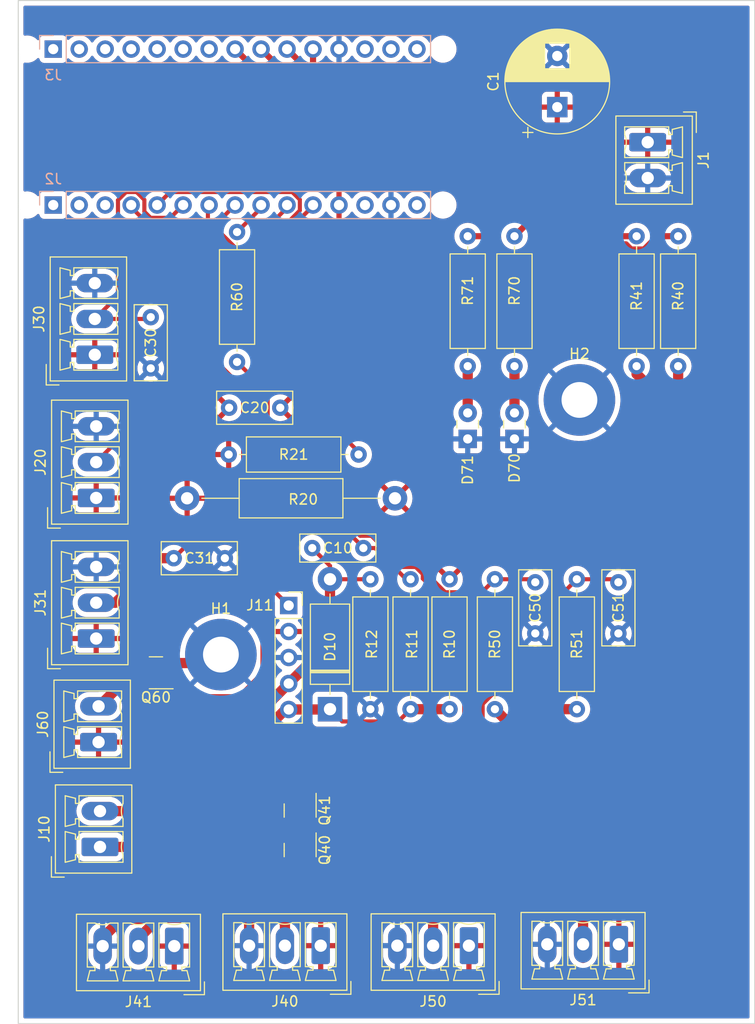
<source format=kicad_pcb>
(kicad_pcb (version 20211014) (generator pcbnew)
  (title_block (date "sam. 04 avril 2015"))
  (layers (0 "F.Cu" signal) (31 "B.Cu" signal) (34 "B.Paste" user) (35 "F.Paste" user) (36 "B.SilkS" user "B.Silkscreen") (37 "F.SilkS" user "F.Silkscreen") (38 "B.Mask" user) (39 "F.Mask" user) (44 "Edge.Cuts" user))
  (net 0 "")
  (net 1 "GND")
  (net 2 "/~{RESET}")
  (net 3 "VCC")
  (net 4 "/D8")
  (net 5 "/D7")
  (net 6 "/D4")
  (net 7 "+5V")
  (net 8 "/A3")
  (net 9 "/A2")
  (net 10 "/A1")
  (net 11 "/A0")
  (net 12 "/AREF")
  (net 13 "/D0{slash}RX")
  (net 14 "/D1{slash}TX")
  (net 15 "+3V3")
  (net 16 "/A7")
  (net 17 "/A6")
  (net 18 "/D13{slash}SCK")
  (net 19 "/D2")
  (net 20 "VDD")
  (net 21 "/Keypad +")
  (net 22 "/Keypad -")
  (net 23 "/A4")
  (net 24 "/D11")
  (net 25 "/D12")
  (net 26 "/~{RESET2}")
  (net 27 "/A5")
  (net 28 "/D10")
  (net 29 "/D9")
  (net 30 "/D6")
  (net 31 "/D5")
  (net 32 "/D3")
  (net 33 "Net-(D70-Pad2)")
  (net 34 "Net-(D71-Pad2)")
  (net 35 "Net-(J40-Pad2)")
  (net 36 "Net-(J41-Pad2)")
  (net 37 "Net-(J50-Pad2)")
  (net 38 "Net-(J51-Pad2)")
  (net 39 "Net-(J60-Pad2)")
  (net 40 "Net-(Q40-Pad1)")
  (net 41 "Net-(Q41-Pad1)")
  (net 42 "Net-(Q60-Pad1)")
  (footprint "Capacitor_THT:C_Rect_L7.2mm_W2.5mm_P5.00mm_FKS2_FKP2_MKS2_MKP2" (layer "F.Cu") (at 133.818 103.632 180)
    (fp_text reference "C10" (at 2.5 0) (layer "F.SilkS"))
    (fp_text value "220*2nF")
    (pad "1" thru_hole circle (at 0 0 180) (size 1.6 1.6) (drill 0.8) (layers *.Cu *.Mask) (net 23 "/A4"))
    (pad "2" thru_hole circle (at 5 0 180) (size 1.6 1.6) (drill 0.8) (layers *.Cu *.Mask) (net 22 "/Keypad -"))
  )
  (footprint "Resistor_THT:R_Axial_DIN0309_L9.0mm_D3.2mm_P12.70mm_Horizontal" (layer "F.Cu") (at 154.686 119.38 90)
    (fp_text reference "R51" (at 6.35 0 90) (layer "F.SilkS"))
    (fp_text value "150")
    (pad "1" thru_hole circle (at 0 0 90) (size 1.6 1.6) (drill 0.8) (layers *.Cu *.Mask) (net 38 "Net-(J51-Pad2)"))
    (pad "2" thru_hole oval (at 12.7 0 90) (size 1.6 1.6) (drill 0.8) (layers *.Cu *.Mask) (net 17 "/A6"))
  )
  (footprint "Connector_Phoenix_MC:PhoenixContact_MCV_1,5_3-G-3.5_1x03_P3.50mm_Vertical" (layer "F.Cu") (at 129.646193 142.494 180)
    (fp_text reference "J40" (at 3.5 -5.45) (layer "F.SilkS"))
    (fp_text value "Conn_01x03")
    (pad "1" thru_hole roundrect (at 0 0 180) (size 1.8 3.6) (drill 1.2) (layers *.Cu *.Mask) (roundrect_rratio 0.1388888889) (net 3 "VCC"))
    (pad "2" thru_hole oval (at 3.5 0 180) (size 1.8 3.6) (drill 1.2) (layers *.Cu *.Mask) (net 35 "Net-(J40-Pad2)"))
    (pad "3" thru_hole oval (at 7 0 180) (size 1.8 3.6) (drill 1.2) (layers *.Cu *.Mask) (net 1 "GND"))
  )
  (footprint "Connector_Phoenix_MC:PhoenixContact_MCV_1,5_3-G-3.5_1x03_P3.50mm_Vertical" (layer "F.Cu") (at 158.796193 142.3595 180)
    (fp_text reference "J51" (at 3.5 -5.45) (layer "F.SilkS"))
    (fp_text value "Conn_01x03")
    (pad "1" thru_hole roundrect (at 0 0 180) (size 1.8 3.6) (drill 1.2) (layers *.Cu *.Mask) (roundrect_rratio 0.1388888889) (net 3 "VCC"))
    (pad "2" thru_hole oval (at 3.5 0 180) (size 1.8 3.6) (drill 1.2) (layers *.Cu *.Mask) (net 38 "Net-(J51-Pad2)"))
    (pad "3" thru_hole oval (at 7 0 180) (size 1.8 3.6) (drill 1.2) (layers *.Cu *.Mask) (net 1 "GND"))
  )
  (footprint "MountingHole:MountingHole_3.5mm_Pad" (layer "F.Cu") (at 119.888 114.046)
    (fp_text reference "H1" (at 0 -4.5) (layer "F.SilkS"))
    (fp_text value "H1")
    (pad "1" thru_hole circle (at 0 0) (size 7 7) (drill 3.5) (layers *.Cu *.Mask) (net 1 "GND"))
  )
  (footprint "Arduino_MountingHole:MountingHole_65mil" (layer "F.Cu") (at 100.956 54.864)
    (fp_text reference "MH2" hide)
    (fp_text value "MountingHole_65mil" hide)
    (pad "" np_thru_hole circle locked (at 0 0) (size 1.651 1.651) (drill 1.651) (layers F&B.Cu *.Mask))
  )
  (footprint "Connector_Phoenix_MC:PhoenixContact_MCV_1,5_2-G-3.5_1x02_P3.50mm_Vertical" (layer "F.Cu") (at 107.929 122.599 90)
    (fp_text reference "J60" (at 1.75 -5.45 90) (layer "F.SilkS"))
    (fp_text value "Conn_01x02")
    (pad "1" thru_hole roundrect (at 0 0 90) (size 1.8 3.6) (drill 1.2) (layers *.Cu *.Mask) (roundrect_rratio 0.1388888889) (net 3 "VCC"))
    (pad "2" thru_hole oval (at 3.5 0 90) (size 1.8 3.6) (drill 1.2) (layers *.Cu *.Mask) (net 39 "Net-(J60-Pad2)"))
  )
  (footprint "Resistor_THT:R_Axial_DIN0309_L9.0mm_D3.2mm_P12.70mm_Horizontal" (layer "F.Cu") (at 134.502 119.38 90)
    (fp_text reference "R12" (at 6.35 0.136 90) (layer "F.SilkS"))
    (fp_text value "1KR")
    (pad "1" thru_hole circle (at 0 0 90) (size 1.6 1.6) (drill 0.8) (layers *.Cu *.Mask) (net 1 "GND"))
    (pad "2" thru_hole oval (at 12.7 0 90) (size 1.6 1.6) (drill 0.8) (layers *.Cu *.Mask) (net 22 "/Keypad -"))
  )
  (footprint "Connector_PinSocket_2.54mm:PinSocket_1x05_P2.54mm_Vertical" (layer "F.Cu") (at 126.517 109.25)
    (fp_text reference "J11" (at -2.819 -0.03) (layer "F.SilkS"))
    (fp_text value "Conn_01x05_Female")
    (pad "1" thru_hole rect (at 0 0) (size 1.7 1.7) (drill 1) (layers *.Cu *.Mask) (net 23 "/A4"))
    (pad "2" thru_hole oval (at 0 2.54) (size 1.7 1.7) (drill 1) (layers *.Cu *.Mask) (net 3 "VCC"))
    (pad "3" thru_hole oval (at 0 5.08) (size 1.7 1.7) (drill 1) (layers *.Cu *.Mask) (net 1 "GND"))
    (pad "4" thru_hole oval (at 0 7.62) (size 1.7 1.7) (drill 1) (layers *.Cu *.Mask) (net 22 "/Keypad -"))
    (pad "5" thru_hole oval (at 0 10.16) (size 1.7 1.7) (drill 1) (layers *.Cu *.Mask) (net 21 "/Keypad +"))
  )
  (footprint "Capacitor_THT:C_Rect_L7.2mm_W3.0mm_P5.00mm_FKS2_FKP2_MKS2_MKP2" (layer "F.Cu") (at 125.69 89.916 180)
    (fp_text reference "C20" (at 2.5 0) (layer "F.SilkS"))
    (fp_text value "0,47uF")
    (pad "1" thru_hole circle (at 0 0 180) (size 1.6 1.6) (drill 0.8) (layers *.Cu *.Mask) (net 3 "VCC"))
    (pad "2" thru_hole circle (at 5 0 180) (size 1.6 1.6) (drill 0.8) (layers *.Cu *.Mask) (net 20 "VDD"))
  )
  (footprint "Connector_Phoenix_MC:PhoenixContact_MCV_1,5_3-G-3.5_1x03_P3.50mm_Vertical" (layer "F.Cu") (at 115.326706 142.534312 180)
    (fp_text reference "J41" (at 3.5 -5.45) (layer "F.SilkS"))
    (fp_text value "Conn_01x03")
    (pad "1" thru_hole roundrect (at 0 0 180) (size 1.8 3.6) (drill 1.2) (layers *.Cu *.Mask) (roundrect_rratio 0.1388888889) (net 3 "VCC"))
    (pad "2" thru_hole oval (at 3.5 0 180) (size 1.8 3.6) (drill 1.2) (layers *.Cu *.Mask) (net 36 "Net-(J41-Pad2)"))
    (pad "3" thru_hole oval (at 7 0 180) (size 1.8 3.6) (drill 1.2) (layers *.Cu *.Mask) (net 1 "GND"))
  )
  (footprint "Capacitor_THT:C_Rect_L7.2mm_W3.0mm_P5.00mm_FKS2_FKP2_MKS2_MKP2" (layer "F.Cu") (at 150.622 106.974 -90)
    (fp_text reference "C50" (at 2.5 0 90) (layer "F.SilkS"))
    (fp_text value "0,47uF")
    (pad "1" thru_hole circle (at 0 0 270) (size 1.6 1.6) (drill 0.8) (layers *.Cu *.Mask) (net 10 "/A1"))
    (pad "2" thru_hole circle (at 5 0 270) (size 1.6 1.6) (drill 0.8) (layers *.Cu *.Mask) (net 1 "GND"))
  )
  (footprint "Capacitor_THT:C_Rect_L7.2mm_W3.0mm_P5.00mm_FKS2_FKP2_MKS2_MKP2" (layer "F.Cu") (at 113.03 81.066 -90)
    (fp_text reference "C30" (at 2.5 0 -270) (layer "F.SilkS"))
    (fp_text value "0,47uF")
    (pad "1" thru_hole circle (at 0 0 270) (size 1.6 1.6) (drill 0.8) (layers *.Cu *.Mask) (net 9 "/A2"))
    (pad "2" thru_hole circle (at 5 0 270) (size 1.6 1.6) (drill 0.8) (layers *.Cu *.Mask) (net 1 "GND"))
  )
  (footprint "Capacitor_THT:C_Rect_L7.2mm_W3.0mm_P5.00mm_FKS2_FKP2_MKS2_MKP2" (layer "F.Cu") (at 158.75 106.974 -90)
    (fp_text reference "C51" (at 2.5 0 90) (layer "F.SilkS"))
    (fp_text value "0,47uF")
    (pad "1" thru_hole circle (at 0 0 270) (size 1.6 1.6) (drill 0.8) (layers *.Cu *.Mask) (net 17 "/A6"))
    (pad "2" thru_hole circle (at 5 0 270) (size 1.6 1.6) (drill 0.8) (layers *.Cu *.Mask) (net 1 "GND"))
  )
  (footprint "Resistor_THT:R_Axial_DIN0309_L9.0mm_D3.2mm_P12.70mm_Horizontal" (layer "F.Cu") (at 142.24 106.68 -90)
    (fp_text reference "R10" (at 6.35 0 -270) (layer "F.SilkS"))
    (fp_text value "10KR")
    (pad "1" thru_hole circle (at 0 0 270) (size 1.6 1.6) (drill 0.8) (layers *.Cu *.Mask) (net 3 "VCC"))
    (pad "2" thru_hole oval (at 12.7 0 270) (size 1.6 1.6) (drill 0.8) (layers *.Cu *.Mask) (net 21 "/Keypad +"))
  )
  (footprint "Arduino_MountingHole:MountingHole_65mil" (layer "F.Cu") (at 141.596 70.104)
    (fp_text reference "MH4" hide)
    (fp_text value "MountingHole_65mil" hide)
    (pad "" np_thru_hole circle locked (at 0 0) (size 1.651 1.651) (drill 1.651) (layers F&B.Cu *.Mask))
  )
  (footprint "Capacitor_THT:CP_Radial_D10.0mm_P5.00mm" (layer "F.Cu") (at 152.772 60.533677 90)
    (fp_text reference "C1" (at 2.5 -6.25 90) (layer "F.SilkS"))
    (fp_text value "470uF")
    (pad "1" thru_hole rect (at 0 0 90) (size 2 2) (drill 1) (layers *.Cu *.Mask) (net 3 "VCC"))
    (pad "2" thru_hole circle (at 5 0 90) (size 2 2) (drill 1) (layers *.Cu *.Mask) (net 1 "GND"))
  )
  (footprint "LED_THT:LED_Rectangular_W3.0mm_H2.0mm" (layer "F.Cu") (at 148.59 92.964 90)
    (fp_text reference "D70" (at -2.85236 0 90) (layer "F.SilkS"))
    (fp_text value "LED_Small")
    (pad "1" thru_hole rect (at 0 0 90) (size 1.8 1.8) (drill 0.9) (layers *.Cu *.Mask) (net 1 "GND"))
    (pad "2" thru_hole circle (at 2.54 0 90) (size 1.8 1.8) (drill 0.9) (layers *.Cu *.Mask) (net 33 "Net-(D70-Pad2)"))
  )
  (footprint "Resistor_THT:R_Axial_DIN0309_L9.0mm_D3.2mm_P12.70mm_Horizontal" (layer "F.Cu") (at 146.676 119.38 90)
    (fp_text reference "R50" (at 6.35 0 90) (layer "F.SilkS"))
    (fp_text value "150")
    (pad "1" thru_hole circle (at 0 0 90) (size 1.6 1.6) (drill 0.8) (layers *.Cu *.Mask) (net 37 "Net-(J50-Pad2)"))
    (pad "2" thru_hole oval (at 12.7 0 90) (size 1.6 1.6) (drill 0.8) (layers *.Cu *.Mask) (net 10 "/A1"))
  )
  (footprint "LED_THT:LED_Rectangular_W3.0mm_H2.0mm" (layer "F.Cu") (at 144.018 92.964 90)
    (fp_text reference "D71" (at -3.048 0 90) (layer "F.SilkS"))
    (fp_text value "LED_Small")
    (pad "1" thru_hole rect (at 0 0 90) (size 1.8 1.8) (drill 0.9) (layers *.Cu *.Mask) (net 1 "GND"))
    (pad "2" thru_hole circle (at 2.54 0 90) (size 1.8 1.8) (drill 0.9) (layers *.Cu *.Mask) (net 34 "Net-(D71-Pad2)"))
  )
  (footprint "Connector_Phoenix_MC:PhoenixContact_MCV_1,5_3-G-3.5_1x03_P3.50mm_Vertical" (layer "F.Cu") (at 107.6945 98.7325 90)
    (fp_text reference "J20" (at 3.5 -5.45 90) (layer "F.SilkS"))
    (fp_text value "Conn_01x03")
    (pad "1" thru_hole roundrect (at 0 0 90) (size 1.8 3.6) (drill 1.2) (layers *.Cu *.Mask) (roundrect_rratio 0.1388888889) (net 20 "VDD"))
    (pad "2" thru_hole oval (at 3.5 0 90) (size 1.8 3.6) (drill 1.2) (layers *.Cu *.Mask) (net 11 "/A0"))
    (pad "3" thru_hole oval (at 7 0 90) (size 1.8 3.6) (drill 1.2) (layers *.Cu *.Mask) (net 1 "GND"))
  )
  (footprint "Connector_Phoenix_MC:PhoenixContact_MCV_1,5_3-G-3.5_1x03_P3.50mm_Vertical" (layer "F.Cu") (at 107.56 84.739 90)
    (fp_text reference "J30" (at 3.5 -5.45 90) (layer "F.SilkS"))
    (fp_text value "Conn_01x03")
    (pad "1" thru_hole roundrect (at 0 0 90) (size 1.8 3.6) (drill 1.2) (layers *.Cu *.Mask) (roundrect_rratio 0.1388888889) (net 3 "VCC"))
    (pad "2" thru_hole oval (at 3.5 0 90) (size 1.8 3.6) (drill 1.2) (layers *.Cu *.Mask) (net 9 "/A2"))
    (pad "3" thru_hole oval (at 7 0 90) (size 1.8 3.6) (drill 1.2) (layers *.Cu *.Mask) (net 1 "GND"))
  )
  (footprint "Arduino_MountingHole:MountingHole_65mil" (layer "F.Cu") (at 100.956 70.104)
    (fp_text reference "MH1" hide)
    (fp_text value "MountingHole_65mil" hide)
    (pad "" np_thru_hole circle locked (at 0 0) (size 1.651 1.651) (drill 1.651) (layers F&B.Cu *.Mask))
  )
  (footprint "Resistor_THT:R_Axial_DIN0309_L9.0mm_D3.2mm_P12.70mm_Horizontal" (layer "F.Cu") (at 160.528 73.152 -90)
    (fp_text reference "R41" (at 5.842 0 90) (layer "F.SilkS"))
    (fp_text value "220")
    (pad "1" thru_hole circle (at 0 0 270) (size 1.6 1.6) (drill 0.8) (layers *.Cu *.Mask) (net 19 "/D2"))
    (pad "2" thru_hole oval (at 12.7 0 270) (size 1.6 1.6) (drill 0.8) (layers *.Cu *.Mask) (net 41 "Net-(Q41-Pad1)"))
  )
  (footprint "MountingHole:MountingHole_3.5mm_Pad" (layer "F.Cu") (at 154.94 89.154)
    (fp_text reference "H2" (at 0 -4.5) (layer "F.SilkS"))
    (fp_text value "H2")
    (pad "1" thru_hole circle (at 0 0) (size 7 7) (drill 3.5) (layers *.Cu *.Mask) (net 1 "GND"))
  )
  (footprint "Resistor_THT:R_Axial_DIN0309_L9.0mm_D3.2mm_P12.70mm_Horizontal" (layer "F.Cu") (at 148.59 73.152 -90)
    (fp_text reference "R70" (at 5.334 0 90) (layer "F.SilkS"))
    (fp_text value "220")
    (pad "1" thru_hole circle (at 0 0 270) (size 1.6 1.6) (drill 0.8) (layers *.Cu *.Mask) (net 6 "/D4"))
    (pad "2" thru_hole oval (at 12.7 0 270) (size 1.6 1.6) (drill 0.8) (layers *.Cu *.Mask) (net 33 "Net-(D70-Pad2)"))
  )
  (footprint "Resistor_THT:R_Axial_DIN0309_L9.0mm_D3.2mm_P12.70mm_Horizontal" (layer "F.Cu") (at 138.43 119.38 90)
    (fp_text reference "R11" (at 6.35 0.136 90) (layer "F.SilkS"))
    (fp_text value "10KR")
    (pad "1" thru_hole circle (at 0 0 90) (size 1.6 1.6) (drill 0.8) (layers *.Cu *.Mask) (net 21 "/Keypad +"))
    (pad "2" thru_hole oval (at 12.7 0 90) (size 1.6 1.6) (drill 0.8) (layers *.Cu *.Mask) (net 23 "/A4"))
  )
  (footprint "Package_TO_SOT_SMD:SOT-23" (layer "F.Cu") (at 113.538 115.824 180)
    (fp_text reference "Q60" (at 0 -2.4) (layer "F.SilkS"))
    (fp_text value "IRLML0030")
    (pad "1" smd roundrect (at -0.9375 -0.95 180) (size 1.475 0.6) (layers "F.Cu" "F.Paste" "F.Mask") (net 42 "Net-(Q60-Pad1)"))
    (pad "2" smd roundrect (at -0.9375 0.95 180) (size 1.475 0.6) (layers "F.Cu" "F.Paste" "F.Mask") (net 1 "GND"))
    (pad "3" smd roundrect (at 0.9375 0 180) (size 1.475 0.6) (layers "F.Cu" "F.Paste" "F.Mask") (net 39 "Net-(J60-Pad2)"))
  )
  (footprint "Connector_Phoenix_MC:PhoenixContact_MCV_1,5_2-G-3.5_1x02_P3.50mm_Vertical" (layer "F.Cu") (at 161.614402 63.963101 -90)
    (fp_text reference "J1" (at 1.75 -5.45 90) (layer "F.SilkS"))
    (fp_text value "Conn_01x02")
    (pad "1" thru_hole roundrect (at 0 0 270) (size 1.8 3.6) (drill 1.2) (layers *.Cu *.Mask) (roundrect_rratio 0.1388888889) (net 3 "VCC"))
    (pad "2" thru_hole oval (at 3.5 0 270) (size 1.8 3.6) (drill 1.2) (layers *.Cu *.Mask) (net 1 "GND"))
  )
  (footprint "Resistor_THT:R_Axial_DIN0411_L9.9mm_D3.6mm_P20.32mm_Horizontal" (layer "F.Cu") (at 136.906 98.765485 180)
    (fp_text reference "R20" (at 8.97 -0.11) (layer "F.SilkS"))
    (fp_text value "5,6R")
    (pad "1" thru_hole circle (at 0 0 180) (size 2.4 2.4) (drill 1.2) (layers *.Cu *.Mask) (net 3 "VCC"))
    (pad "2" thru_hole oval (at 20.32 0 180) (size 2.4 2.4) (drill 1.2) (layers *.Cu *.Mask) (net 20 "VDD"))
  )
  (footprint "Package_TO_SOT_SMD:SOT-23" (layer "F.Cu") (at 127.636 133.149 -90)
    (fp_text reference "Q40" (at 0 -2.4 90) (layer "F.SilkS"))
    (fp_text value "IRLML0030")
    (pad "1" smd roundrect (at -0.9375 -0.95 270) (size 1.475 0.6) (layers "F.Cu" "F.Paste" "F.Mask") (net 40 "Net-(Q40-Pad1)"))
    (pad "2" smd roundrect (at -0.9375 0.95 270) (size 1.475 0.6) (layers "F.Cu" "F.Paste" "F.Mask") (net 1 "GND"))
    (pad "3" smd roundrect (at 0.9375 0 270) (size 1.475 0.6) (layers "F.Cu" "F.Paste" "F.Mask") (net 35 "Net-(J40-Pad2)"))
  )
  (footprint "Connector_Phoenix_MC:PhoenixContact_MCV_1,5_2-G-3.5_1x02_P3.50mm_Vertical" (layer "F.Cu") (at 108.068 132.842 90)
    (fp_text reference "J10" (at 1.75 -5.45 90) (layer "F.SilkS"))
    (fp_text value "Conn_01x02")
    (pad "1" thru_hole roundrect (at 0 0 90) (size 1.8 3.6) (drill 1.2) (layers *.Cu *.Mask) (roundrect_rratio 0.1388888889) (net 21 "/Keypad +"))
    (pad "2" thru_hole oval (at 3.5 0 90) (size 1.8 3.6) (drill 1.2) (layers *.Cu *.Mask) (net 22 "/Keypad -"))
  )
  (footprint "Arduino_MountingHole:MountingHole_65mil" (layer "F.Cu") (at 141.596 54.864)
    (fp_text reference "MH3" hide)
    (fp_text value "MountingHole_65mil" hide)
    (pad "" np_thru_hole circle locked (at 0 0) (size 1.651 1.651) (drill 1.651) (layers F&B.Cu *.Mask))
  )
  (footprint "Capacitor_THT:C_Rect_L7.2mm_W3.0mm_P5.00mm_FKS2_FKP2_MKS2_MKP2" (layer "F.Cu") (at 115.276 104.624)
    (fp_text reference "C31" (at 2.5 0) (layer "F.SilkS"))
    (fp_text value "0,47uF")
    (pad "1" thru_hole circle (at 0 0) (size 1.6 1.6) (drill 0.8) (layers *.Cu *.Mask) (net 8 "/A3"))
    (pad "2" thru_hole circle (at 5 0) (size 1.6 1.6) (drill 0.8) (layers *.Cu *.Mask) (net 1 "GND"))
  )
  (footprint "Package_TO_SOT_SMD:SOT-23" (layer "F.Cu") (at 127.636 129.286 -90)
    (fp_text reference "Q41" (at 0 -2.4 90) (layer "F.SilkS"))
    (fp_text value "IRLML0030")
    (pad "1" smd roundrect (at -0.9375 -0.95 270) (size 1.475 0.6) (layers "F.Cu" "F.Paste" "F.Mask") (net 41 "Net-(Q41-Pad1)"))
    (pad "2" smd roundrect (at -0.9375 0.95 270) (size 1.475 0.6) (layers "F.Cu" "F.Paste" "F.Mask") (net 1 "GND"))
    (pad "3" smd roundrect (at 0.9375 0 270) (size 1.475 0.6) (layers "F.Cu" "F.Paste" "F.Mask") (net 36 "Net-(J41-Pad2)"))
  )
  (footprint "Connector_Phoenix_MC:PhoenixContact_MCV_1,5_3-G-3.5_1x03_P3.50mm_Vertical" (layer "F.Cu") (at 144.136 142.494 180)
    (fp_text reference "J50" (at 3.5 -5.45) (layer "F.SilkS"))
    (fp_text value "Conn_01x03")
    (pad "1" thru_hole roundrect (at 0 0 180) (size 1.8 3.6) (drill 1.2) (layers *.Cu *.Mask) (roundrect_rratio 0.1388888889) (net 3 "VCC"))
    (pad "2" thru_hole oval (at 3.5 0 180) (size 1.8 3.6) (drill 1.2) (layers *.Cu *.Mask) (net 37 "Net-(J50-Pad2)"))
    (pad "3" thru_hole oval (at 7 0 180) (size 1.8 3.6) (drill 1.2) (layers *.Cu *.Mask) (net 1 "GND"))
  )
  (footprint "Diode_THT:D_DO-15_P12.70mm_Horizontal" (layer "F.Cu") (at 130.556 119.38 90)
    (fp_text reference "D10" (at 6.096 0 90) (layer "F.SilkS"))
    (fp_text value "5,6V")
    (pad "1" thru_hole rect (at 0 0 90) (size 2.4 2.4) (drill 1.2) (layers *.Cu *.Mask) (net 21 "/Keypad +"))
    (pad "2" thru_hole oval (at 12.7 0 90) (size 2.4 2.4) (drill 1.2) (layers *.Cu *.Mask) (net 22 "/Keypad -"))
  )
  (footprint "Resistor_THT:R_Axial_DIN0309_L9.0mm_D3.2mm_P12.70mm_Horizontal" (layer "F.Cu") (at 164.592 73.152 -90)
    (fp_text reference "R40" (at 5.842 0 90) (layer "F.SilkS"))
    (fp_text value "220")
    (pad "1" thru_hole circle (at 0 0 270) (size 1.6 1.6) (drill 0.8) (layers *.Cu *.Mask) (net 32 "/D3"))
    (pad "2" thru_hole oval (at 12.7 0 270) (size 1.6 1.6) (drill 0.8) (layers *.Cu *.Mask) (net 40 "Net-(Q40-Pad1)"))
  )
  (footprint "Resistor_THT:R_Axial_DIN0309_L9.0mm_D3.2mm_P12.70mm_Horizontal" (layer "F.Cu") (at 121.4671 72.743656 -90)
    (fp_text reference "R60" (at 6.35 0 90) (layer "F.SilkS"))
    (fp_text value "220")
    (pad "1" thru_hole circle (at 0 0 270) (size 1.6 1.6) (drill 0.8) (layers *.Cu *.Mask) (net 27 "/A5"))
    (pad "2" thru_hole oval (at 12.7 0 270) (size 1.6 1.6) (drill 0.8) (layers *.Cu *.Mask) (net 42 "Net-(Q60-Pad1)"))
  )
  (footprint "Resistor_THT:R_Axial_DIN0309_L9.0mm_D3.2mm_P12.70mm_Horizontal" (layer "F.Cu") (at 133.35 94.488 180)
    (fp_text reference "R21" (at 6.35 0) (layer "F.SilkS"))
    (fp_text value "1M5")
    (pad "1" thru_hole circle (at 0 0 180) (size 1.6 1.6) (drill 0.8) (layers *.Cu *.Mask) (net 16 "/A7"))
    (pad "2" thru_hole oval (at 12.7 0 180) (size 1.6 1.6) (drill 0.8) (layers *.Cu *.Mask) (net 20 "VDD"))
  )
  (footprint "Connector_Phoenix_MC:PhoenixContact_MCV_1,5_3-G-3.5_1x03_P3.50mm_Vertical" (layer "F.Cu") (at 107.6945 112.474 90)
    (fp_text reference "J31" (at 3.5 -5.45 90) (layer "F.SilkS"))
    (fp_text value "Conn_01x03")
    (pad "1" thru_hole roundrect (at 0 0 90) (size 1.8 3.6) (drill 1.2) (layers *.Cu *.Mask) (roundrect_rratio 0.1388888889) (net 3 "VCC"))
    (pad "2" thru_hole oval (at 3.5 0 90) (size 1.8 3.6) (drill 1.2) (layers *.Cu *.Mask) (net 8 "/A3"))
    (pad "3" thru_hole oval (at 7 0 90) (size 1.8 3.6) (drill 1.2) (layers *.Cu *.Mask) (net 1 "GND"))
  )
  (footprint "Resistor_THT:R_Axial_DIN0309_L9.0mm_D3.2mm_P12.70mm_Horizontal" (layer "F.Cu") (at 144.018 73.152 -90)
    (fp_text reference "R71" (at 5.334 0 90) (layer "F.SilkS"))
    (fp_text value "220")
    (pad "1" thru_hole circle (at 0 0 270) (size 1.6 1.6) (drill 0.8) (layers *.Cu *.Mask) (net 31 "/D5"))
    (pad "2" thru_hole oval (at 12.7 0 270) (size 1.6 1.6) (drill 0.8) (layers *.Cu *.Mask) (net 34 "Net-(D71-Pad2)"))
  )
  (footprint "Connector_PinHeader_2.54mm:PinHeader_1x15_P2.54mm_Vertical" (layer "B.Cu") (at 103.496 70.104 -90)
    (fp_text reference "J2" (at -2.54 0 180) (layer "B.SilkS") (effects (justify mirror)))
    (fp_text value "Analog")
    (pad "1" thru_hole rect (at 0 0 270) (size 1.7 1.7) (drill 1) (layers *.Cu *.Mask) (net 18 "/D13{slash}SCK"))
    (pad "2" thru_hole oval (at 0 -2.54 270) (size 1.7 1.7) (drill 1) (layers *.Cu *.Mask) (net 15 "+3V3"))
    (pad "3" thru_hole oval (at 0 -5.08 270) (size 1.7 1.7) (drill 1) (layers *.Cu *.Mask) (net 12 "/AREF"))
    (pad "4" thru_hole oval (at 0 -7.62 270) (size 1.7 1.7) (drill 1) (layers *.Cu *.Mask) (net 11 "/A0"))
    (pad "5" thru_hole oval (at 0 -10.16 270) (size 1.7 1.7) (drill 1) (layers *.Cu *.Mask) (net 10 "/A1"))
    (pad "6" thru_hole oval (at 0 -12.7 270) (size 1.7 1.7) (drill 1) (layers *.Cu *.Mask) (net 9 "/A2"))
    (pad "7" thru_hole oval (at 0 -15.24 270) (size 1.7 1.7) (drill 1) (layers *.Cu *.Mask) (net 8 "/A3"))
    (pad "8" thru_hole oval (at 0 -17.78 270) (size 1.7 1.7) (drill 1) (layers *.Cu *.Mask) (net 23 "/A4"))
    (pad "9" thru_hole oval (at 0 -20.32 270) (size 1.7 1.7) (drill 1) (layers *.Cu *.Mask) (net 27 "/A5"))
    (pad "10" thru_hole oval (at 0 -22.86 270) (size 1.7 1.7) (drill 1) (layers *.Cu *.Mask) (net 17 "/A6"))
    (pad "11" thru_hole oval (at 0 -25.4 270) (size 1.7 1.7) (drill 1) (layers *.Cu *.Mask) (net 16 "/A7"))
    (pad "12" thru_hole oval (at 0 -27.94 270) (size 1.7 1.7) (drill 1) (layers *.Cu *.Mask) (net 3 "VCC"))
    (pad "13" thru_hole oval (at 0 -30.48 270) (size 1.7 1.7) (drill 1) (layers *.Cu *.Mask) (net 2 "/~{RESET}"))
    (pad "14" thru_hole oval (at 0 -33.02 270) (size 1.7 1.7) (drill 1) (layers *.Cu *.Mask) (net 1 "GND"))
    (pad "15" thru_hole oval (at 0 -35.56 270) (size 1.7 1.7) (drill 1) (layers *.Cu *.Mask) (net 7 "+5V"))
  )
  (footprint "Connector_PinHeader_2.54mm:PinHeader_1x15_P2.54mm_Vertical" (layer "B.Cu") (at 103.496 54.864 -90)
    (fp_text reference "J3" (at 2.54 0 180) (layer "B.SilkS") (effects (justify mirror)))
    (fp_text value "Digital")
    (pad "1" thru_hole rect (at 0 0 270) (size 1.7 1.7) (drill 1) (layers *.Cu *.Mask) (net 25 "/D12"))
    (pad "2" thru_hole oval (at 0 -2.54 270) (size 1.7 1.7) (drill 1) (layers *.Cu *.Mask) (net 24 "/D11"))
    (pad "3" thru_hole oval (at 0 -5.08 270) (size 1.7 1.7) (drill 1) (layers *.Cu *.Mask) (net 28 "/D10"))
    (pad "4" thru_hole oval (at 0 -7.62 270) (size 1.7 1.7) (drill 1) (layers *.Cu *.Mask) (net 29 "/D9"))
    (pad "5" thru_hole oval (at 0 -10.16 270) (size 1.7 1.7) (drill 1) (layers *.Cu *.Mask) (net 4 "/D8"))
    (pad "6" thru_hole oval (at 0 -12.7 270) (size 1.7 1.7) (drill 1) (layers *.Cu *.Mask) (net 5 "/D7"))
    (pad "7" thru_hole oval (at 0 -15.24 270) (size 1.7 1.7) (drill 1) (layers *.Cu *.Mask) (net 30 "/D6"))
    (pad "8" thru_hole oval (at 0 -17.78 270) (size 1.7 1.7) (drill 1) (layers *.Cu *.Mask) (net 31 "/D5"))
    (pad "9" thru_hole oval (at 0 -20.32 270) (size 1.7 1.7) (drill 1) (layers *.Cu *.Mask) (net 6 "/D4"))
    (pad "10" thru_hole oval (at 0 -22.86 270) (size 1.7 1.7) (drill 1) (layers *.Cu *.Mask) (net 32 "/D3"))
    (pad "11" thru_hole oval (at 0 -25.4 270) (size 1.7 1.7) (drill 1) (layers *.Cu *.Mask) (net 19 "/D2"))
    (pad "12" thru_hole oval (at 0 -27.94 270) (size 1.7 1.7) (drill 1) (layers *.Cu *.Mask) (net 1 "GND"))
    (pad "13" thru_hole oval (at 0 -30.48 270) (size 1.7 1.7) (drill 1) (layers *.Cu *.Mask) (net 26 "/~{RESET2}"))
    (pad "14" thru_hole oval (at 0 -33.02 270) (size 1.7 1.7) (drill 1) (layers *.Cu *.Mask) (net 13 "/D0{slash}RX"))
    (pad "15" thru_hole oval (at 0 -35.56 270) (size 1.7 1.7) (drill 1) (layers *.Cu *.Mask) (net 14 "/D1{slash}TX"))
  )
  (gr_rect (start 100.076 50.114) (end 172.076 150.114) (layer "Edge.Cuts") (width 0.1) (fill none))
  (segment (start 111.958944 139.954) (end 113.482944 138.43) (width 1) (layer "F.Cu") (net 1))
  (segment (start 122.646193 138.248863) (end 122.646193 142.494) (width 1) (layer "F.Cu") (net 1))
  (segment (start 124.9545 132.2115) (end 122.984 134.182) (width 1) (layer "F.Cu") (net 1))
  (segment (start 119.070944 138.43) (end 120.584 136.916944) (width 1) (layer "F.Cu") (net 1))
  (segment (start 120.584 136.916944) (end 120.584 133.187888) (width 1) (layer "F.Cu") (net 1))
  (segment (start 110.1 139.954) (end 111.958944 139.954) (width 1) (layer "F.Cu") (net 1))
  (segment (start 122.984 134.182) (end 122.984 137.911056) (width 1) (layer "F.Cu") (net 1))
  (segment (start 122.984 137.911056) (end 122.646193 138.248863) (width 1) (layer "F.Cu") (net 1))
  (segment (start 120.584 133.187888) (end 125.423388 128.3485) (width 1) (layer "F.Cu") (net 1))
  (segment (start 113.482944 138.43) (end 119.070944 138.43) (width 1) (layer "F.Cu") (net 1))
  (segment (start 114.4755 114.874) (end 119.06 114.874) (width 1) (layer "F.Cu") (net 1))
  (segment (start 126.686 132.2115) (end 124.9545 132.2115) (width 1) (layer "F.Cu") (net 1))
  (segment (start 125.423388 128.3485) (end 126.686 128.3485) (width 1) (layer "F.Cu") (net 1))
  (segment (start 108.326706 141.727294) (end 110.1 139.954) (width 1) (layer "F.Cu") (net 1))
  (segment (start 141.44126 59.258) (end 129.61863 59.258) (width 0.6) (layer "F.Cu") (net 6))
  (segment (start 129.61863 59.258) (end 127.218631 56.858) (width 0.6) (layer "F.Cu") (net 6))
  (segment (start 150.232 71.51) (end 148.59 73.152) (width 0.6) (layer "F.Cu") (net 6))
  (segment (start 127.218631 56.858) (end 125.81 56.858) (width 0.6) (layer "F.Cu") (net 6))
  (segment (start 150.232 68.04874) (end 150.232 71.51) (width 0.6) (layer "F.Cu") (net 6))
  (segment (start 150.232 68.04874) (end 141.44126 59.258) (width 0.6) (layer "F.Cu") (net 6))
  (segment (start 125.81 56.858) (end 123.816 54.864) (width 0.6) (layer "F.Cu") (net 6))
  (segment (start 119.636 73.662) (end 118.618 72.644) (width 0.4) (layer "F.Cu") (net 8))
  (segment (start 109.584 108.974) (end 107.6945 108.974) (width 1) (layer "F.Cu") (net 8))
  (segment (start 113.934 104.624) (end 109.584 108.974) (width 1) (layer "F.Cu") (net 8))
  (segment (start 115.276 104.624) (end 113.934 104.624) (width 1) (layer "F.Cu") (net 8))
  (segment (start 122.06 97.84) (end 122.06 88.024) (width 0.4) (layer "F.Cu") (net 8))
  (segment (start 119.634 85.598) (end 119.634 73.664) (width 0.4) (layer "F.Cu") (net 8))
  (segment (start 119.634 73.664) (end 119.636 73.662) (width 0.4) (layer "F.Cu") (net 8))
  (segment (start 122.06 88.024) (end 119.634 85.598) (width 0.4) (layer "F.Cu") (net 8))
  (segment (start 115.276 104.624) (end 122.06 97.84) (width 0.4) (layer "F.Cu") (net 8))
  (segment (start 118.618 72.644) (end 118.618 70.222) (width 0.4) (layer "F.Cu") (net 8))
  (segment (start 111.644 68.834) (end 110.618233 68.834) (width 0.4) (layer "F.Cu") (net 9))
  (segment (start 109.826 78.973) (end 107.56 81.239) (width 0.4) (layer "F.Cu") (net 9))
  (segment (start 110.618233 68.834) (end 109.826 69.626233) (width 0.4) (layer "F.Cu") (net 9))
  (segment (start 113.01 71.354) (end 112.406 70.75) (width 0.4) (layer "F.Cu") (net 9))
  (segment (start 112.406 70.75) (end 112.406 69.596) (width 0.4) (layer "F.Cu") (net 9))
  (segment (start 109.826 69.626233) (end 109.826 78.973) (width 0.4) (layer "F.Cu") (net 9))
  (segment (start 114.946 71.354) (end 113.01 71.354) (width 0.4) (layer "F.Cu") (net 9))
  (segment (start 116.196 70.104) (end 114.946 71.354) (width 0.4) (layer "F.Cu") (net 9))
  (segment (start 112.406 69.596) (end 111.644 68.834) (width 0.4) (layer "F.Cu") (net 9))
  (segment (start 107.56 81.239) (end 112.857 81.239) (width 0.4) (layer "F.Cu") (net 9))
  (segment (start 124.4671 73.7709) (end 124.4671 88.3849) (width 0.4) (layer "F.Cu") (net 10))
  (segment (start 124.46 92.536944) (end 133.755056 101.832) (width 0.4) (layer "F.Cu") (net 10))
  (segment (start 127.606 70.632) (end 124.4671 73.7709) (width 0.4) (layer "F.Cu") (net 10))
  (segment (start 124.4671 88.3849) (end 124.46 88.392) (width 0.4) (layer "F.Cu") (net 10))
  (segment (start 139.175585 104.88) (end 140.23 105.934415) (width 0.4) (layer "F.Cu") (net 10))
  (segment (start 140.23 105.934415) (end 140.23 106.367057) (width 0.4) (layer "F.Cu") (net 10))
  (segment (start 134.852 101.832) (end 137.9 104.88) (width 0.4) (layer "F.Cu") (net 10))
  (segment (start 146.676 106.68) (end 150.328 106.68) (width 0.4) (layer "F.Cu") (net 10))
  (segment (start 137.9 104.88) (end 139.175585 104.88) (width 0.4) (layer "F.Cu") (net 10))
  (segment (start 124.46 88.392) (end 124.46 92.536944) (width 0.4) (layer "F.Cu") (net 10))
  (segment (start 127.606 69.576) (end 127.606 70.632) (width 0.4) (layer "F.Cu") (net 10))
  (segment (start 113.656 70.104) (end 114.926 68.834) (width 0.4) (layer "F.Cu") (net 10))
  (segment (start 140.23 106.367057) (end 141.812943 107.95) (width 0.4) (layer "F.Cu") (net 10))
  (segment (start 114.926 68.834) (end 126.864 68.834) (width 0.4) (layer "F.Cu") (net 10))
  (segment (start 141.812943 107.95) (end 145.406 107.95) (width 0.4) (layer "F.Cu") (net 10))
  (segment (start 145.406 107.95) (end 146.676 106.68) (width 0.4) (layer "F.Cu") (net 10))
  (segment (start 133.755056 101.832) (end 134.852 101.832) (width 0.4) (layer "F.Cu") (net 10))
  (segment (start 126.864 68.834) (end 127.606 69.576) (width 0.4) (layer "F.Cu") (net 10))
  (segment (start 113.792 92.456) (end 110.471 92.456) (width 0.4) (layer "F.Cu") (net 11))
  (segment (start 116.078 72.915) (end 116.078 90.17) (width 0.4) (layer "F.Cu") (net 11))
  (segment (start 116.078 90.17) (end 113.792 92.456) (width 0.4) (layer "F.Cu") (net 11))
  (segment (start 112.761472 71.954) (end 115.117 71.954) (width 0.4) (layer "F.Cu") (net 11))
  (segment (start 111.116 70.308528) (end 112.761472 71.954) (width 0.4) (layer "F.Cu") (net 11))
  (segment (start 115.117 71.954) (end 116.078 72.915) (width 0.4) (layer "F.Cu") (net 11))
  (segment (start 110.471 92.456) (end 107.6945 95.2325) (width 0.4) (layer "F.Cu") (net 11))
  (segment (start 128.896 70.104) (end 128.896 70.190528) (width 0.4) (layer "F.Cu") (net 16))
  (segment (start 128.896 70.190528) (end 125.0671 74.019428) (width 0.4) (layer "F.Cu") (net 16))
  (segment (start 125.0671 74.019428) (end 125.0671 85.9511) (width 0.4) (layer "F.Cu") (net 16))
  (segment (start 125.0671 85.9511) (end 133.604 94.488) (width 0.4) (layer "F.Cu") (net 16))
  (segment (start 134.603472 102.432) (end 137.651472 105.48) (width 0.4) (layer "F.Cu") (net 17))
  (segment (start 123.86 92.785472) (end 133.506528 102.432) (width 0.4) (layer "F.Cu") (net 17))
  (segment (start 139.63 106.182943) (end 139.63 106.615585) (width 0.4) (layer "F.Cu") (net 17))
  (segment (start 137.651472 105.48) (end 138.927057 105.48) (width 0.4) (layer "F.Cu") (net 17))
  (segment (start 138.927057 105.48) (end 139.63 106.182943) (width 0.4) (layer "F.Cu") (net 17))
  (segment (start 141.581415 108.567) (end 152.799 108.567) (width 0.4) (layer "F.Cu") (net 17))
  (segment (start 133.506528 102.432) (end 134.603472 102.432) (width 0.4) (layer "F.Cu") (net 17))
  (segment (start 139.63 106.615585) (end 141.581415 108.567) (width 0.4) (layer "F.Cu") (net 17))
  (segment (start 123.8671 88.136372) (end 123.86 88.143472) (width 0.4) (layer "F.Cu") (net 17))
  (segment (start 152.799 108.567) (end 154.686 106.68) (width 0.4) (layer "F.Cu") (net 17))
  (segment (start 154.686 106.68) (end 158.456 106.68) (width 0.4) (layer "F.Cu") (net 17))
  (segment (start 123.86 88.143472) (end 123.86 92.785472) (width 0.4) (layer "F.Cu") (net 17))
  (segment (start 126.356 70.358) (end 123.8671 72.8469) (width 0.4) (layer "F.Cu") (net 17))
  (segment (start 123.8671 72.8469) (end 123.8671 88.136372) (width 0.4) (layer "F.Cu") (net 17))
  (segment (start 130.28137 57.658) (end 128.896 56.27263) (width 0.6) (layer "F.Cu") (net 19))
  (segment (start 160.528 73.152) (end 153.27737 73.152) (width 0.6) (layer "F.Cu") (net 19))
  (segment (start 153.27737 73.152) (end 151.832 71.70663) (width 0.6) (layer "F.Cu") (net 19))
  (segment (start 142.104 57.658) (end 130.28137 57.658) (width 0.6) (layer "F.Cu") (net 19))
  (segment (start 151.832 67.385998) (end 142.104 57.658) (width 0.6) (layer "F.Cu") (net 19))
  (segment (start 151.832 71.70663) (end 151.832 67.385998) (width 0.6) (layer "F.Cu") (net 19))
  (segment (start 128.896 56.27263) (end 128.896 54.864) (width 0.6) (layer "F.Cu") (net 19))
  (segment (start 137.23 120.58) (end 138.43 119.38) (width 0.4) (layer "F.Cu") (net 21))
  (segment (start 126.208 119.41) (end 112.776 132.842) (width 1) (layer "F.Cu") (net 21))
  (segment (start 126.517 119.41) (end 130.526 119.41) (width 1) (layer "F.Cu") (net 21))
  (segment (start 131.756 120.58) (end 137.23 120.58) (width 0.4) (layer "F.Cu") (net 21))
  (segment (start 138.43 119.38) (end 142.24 119.38) (width 1) (layer "F.Cu") (net 21))
  (segment (start 112.776 132.842) (end 108.068 132.842) (width 1) (layer "F.Cu") (net 21))
  (segment (start 130.556 119.38) (end 131.756 120.58) (width 0.4) (layer "F.Cu") (net 21))
  (segment (start 114.045 129.342) (end 108.068 129.342) (width 1) (layer "F.Cu") (net 22))
  (segment (start 126.517 116.87) (end 114.045 129.342) (width 1) (layer "F.Cu") (net 22))
  (segment (start 126.517 116.87) (end 130.556 112.831) (width 1) (layer "F.Cu") (net 22))
  (segment (start 130.556 106.68) (end 130.556 105.37) (width 0.4) (layer "F.Cu") (net 22))
  (segment (start 130.556 112.831) (end 130.556 106.68) (width 1) (layer "F.Cu") (net 22))
  (segment (start 130.556 105.37) (end 128.818 103.632) (width 0.4) (layer "F.Cu") (net 22))
  (segment (start 130.556 106.68) (end 134.502 106.68) (width 0.4) (layer "F.Cu") (net 22))
  (segment (start 119.888 71.492) (end 121.276 70.104) (width 0.4) (layer "F.Cu") (net 23))
  (segment (start 123.26 93.034) (end 123.26 76.233613) (width 0.4) (layer "F.Cu") (net 23))
  (segment (start 123.26 76.233613) (end 119.888 72.861613) (width 0.4) (layer "F.Cu") (net 23))
  (segment (start 133.818 103.632) (end 133.818 103.592) (width 0.4) (layer "F.Cu") (net 23))
  (segment (start 123.26 105.993) (end 123.26 93.034) (width 0.4) (layer "F.Cu") (net 23))
  (segment (start 133.818 103.592) (end 123.26 93.034) (width 0.4) (layer "F.Cu") (net 23))
  (segment (start 138.002944 106.68) (end 134.954944 103.632) (width 0.4) (layer "F.Cu") (net 23))
  (segment (start 134.954944 103.632) (end 133.818 103.632) (width 0.4) (layer "F.Cu") (net 23))
  (segment (start 119.888 72.861613) (end 119.888 71.492) (width 0.4) (layer "F.Cu") (net 23))
  (segment (start 126.517 109.25) (end 123.26 105.993) (width 0.4) (layer "F.Cu") (net 23))
  (segment (start 123.816 70.394756) (end 121.4671 72.743656) (width 0.4) (layer "F.Cu") (net 27))
  (segment (start 129.28726 60.058) (end 141.10989 60.058) (width 0.6) (layer "F.Cu") (net 31))
  (segment (start 125.34 57.658) (end 126.88726 57.658) (width 0.6) (layer "F.Cu") (net 31))
  (segment (start 149.432 68.38011) (end 149.432 69.516) (width 0.6) (layer "F.Cu") (net 31))
  (segment (start 145.796 73.152) (end 144.018 73.152) (width 0.6) (layer "F.Cu") (net 31))
  (segment (start 121.276 54.864) (end 123.054 56.642) (width 0.6) (layer "F.Cu") (net 31))
  (segment (start 126.88726 57.658) (end 129.28726 60.058) (width 0.6) (layer "F.Cu") (net 31))
  (segment (start 141.10989 60.058) (end 149.432 68.38011) (width 0.6) (layer "F.Cu") (net 31))
  (segment (start 124.324 56.642) (end 125.34 57.658) (width 0.6) (layer "F.Cu") (net 31))
  (segment (start 123.054 56.642) (end 124.324 56.642) (width 0.6) (layer "F.Cu") (net 31))
  (segment (start 149.432 69.516) (end 145.796 73.152) (width 0.6) (layer "F.Cu") (net 31))
  (segment (start 161.26 74.452) (end 162.56 73.152) (width 0.6) (layer "F.Cu") (net 32))
  (segment (start 152.946 73.952) (end 159.489522 73.952) (width 0.6) (layer "F.Cu") (net 32))
  (segment (start 129.95 58.458) (end 141.77263 58.458) (width 0.6) (layer "F.Cu") (net 32))
  (segment (start 141.77263 58.458) (end 151.032 67.717369) (width 0.6) (layer "F.Cu") (net 32))
  (segment (start 151.032 72.038) (end 152.946 73.952) (width 0.6) (layer "F.Cu") (net 32))
  (segment (start 151.032 67.717369) (end 151.032 72.038) (width 0.6) (layer "F.Cu") (net 32))
  (segment (start 162.56 73.152) (end 164.338 73.152) (width 0.6) (layer "F.Cu") (net 32))
  (segment (start 159.989522 74.452) (end 161.26 74.452) (width 0.6) (layer "F.Cu") (net 32))
  (segment (start 159.489522 73.952) (end 159.989522 74.452) (width 0.6) (layer "F.Cu") (net 32))
  (segment (start 126.356 54.864) (end 129.95 58.458) (width 0.6) (layer "F.Cu") (net 32))
  (segment (start 148.59 85.852) (end 148.59 90.424) (width 1) (layer "F.Cu") (net 33))
  (segment (start 144.018 85.852) (end 144.018 90.424) (width 1) (layer "F.Cu") (net 34))
  (segment (start 124.184 138.29) (end 126.146193 140.252193) (width 1) (layer "F.Cu") (net 35))
  (segment (start 127.636 134.0865) (end 124.776556 134.0865) (width 1) (layer "F.Cu") (net 35))
  (segment (start 124.776556 134.0865) (end 124.184 134.679056) (width 1) (layer "F.Cu") (net 35))
  (segment (start 126.146193 140.252193) (end 126.146193 142.494) (width 1) (layer "F.Cu") (net 35))
  (segment (start 124.184 134.679056) (end 124.184 138.29) (width 1) (layer "F.Cu") (net 35))
  (segment (start 111.826706 141.783294) (end 113.834657 139.775343) (width 1) (layer "F.Cu") (net 36))
  (segment (start 125.245444 130.2235) (end 127.636 130.2235) (width 1) (layer "F.Cu") (net 36))
  (segment (start 113.834657 139.775343) (end 119.422657 139.775343) (width 1) (layer "F.Cu") (net 36))
  (segment (start 121.784 137.414) (end 121.784 133.684944) (width 1) (layer "F.Cu") (net 36))
  (segment (start 119.422657 139.775343) (end 121.784 137.414) (width 1) (layer "F.Cu") (net 36))
  (segment (start 121.784 133.684944) (end 125.245444 130.2235) (width 1) (layer "F.Cu") (net 36))
  (segment (start 148.2 135.382) (end 144.644 138.938) (width 1) (layer "F.Cu") (net 37))
  (segment (start 141.708 138.938) (end 140.636 140.01) (width 1) (layer "F.Cu") (net 37))
  (segment (start 140.636 140.01) (end 140.636 142.494) (width 1) (layer "F.Cu") (net 37))
  (segment (start 146.676 119.38) (end 148.2 120.904) (width 1) (layer "F.Cu") (net 37))
  (segment (start 144.644 138.938) (end 141.708 138.938) (width 1) (layer "F.Cu") (net 37))
  (segment (start 148.2 120.904) (end 148.2 135.382) (width 1) (layer "F.Cu") (net 37))
  (segment (start 149.4 120.72) (end 150.74 119.38) (width 1) (layer "F.Cu") (net 38))
  (segment (start 149.4 135.566) (end 152.264 138.43) (width 1) (layer "F.Cu") (net 38))
  (segment (start 155.296193 140.954193) (end 155.296193 143.69209) (width 1) (layer "F.Cu") (net 38))
  (segment (start 152.264 138.43) (end 154.296 138.43) (width 1) (layer "F.Cu") (net 38))
  (segment (start 149.4 120.72) (end 149.4 135.566) (width 1) (layer "F.Cu") (net 38))
  (segment (start 154.296 138.43) (end 155.296193 139.430193) (width 1) (layer "F.Cu") (net 38))
  (segment (start 150.74 119.38) (end 154.686 119.38) (width 1) (layer "F.Cu") (net 38))
  (segment (start 155.296193 139.430193) (end 155.296193 142.3595) (width 1) (layer "F.Cu") (net 38))
  (segment (start 112.6005 115.824) (end 111.252 115.824) (width 1) (layer "F.Cu") (net 39))
  (segment (start 111.252 115.824) (end 107.977 119.099) (width 1) (layer "F.Cu") (net 39))
  (segment (start 146.332679 117.602) (end 160.782 117.602) (width 1) (layer "F.Cu") (net 40))
  (segment (start 145.176 118.758679) (end 146.332679 117.602) (width 1) (layer "F.Cu") (net 40))
  (segment (start 145.176 121.524) (end 145.176 118.758679) (width 1) (layer "F.Cu") (net 40))
  (segment (start 128.586 132.2115) (end 132.6675 128.13) (width 1) (layer "F.Cu") (net 40))
  (segment (start 132.6675 128.13) (end 138.57 128.13) (width 1) (layer "F.Cu") (net 40))
  (segment (start 138.57 128.13) (end 145.176 121.524) (width 1) (layer "F.Cu") (net 40))
  (segment (start 160.782 117.602) (end 164.592 113.792) (width 1) (layer "F.Cu") (net 40))
  (segment (start 164.592 113.792) (end 164.592 85.852) (width 1) (layer "F.Cu") (net 40))
  (segment (start 143.976 121.026944) (end 138.072944 126.93) (width 1) (layer "F.Cu") (net 41))
  (segment (start 160.284944 116.402) (end 145.806944 116.402) (width 1) (layer "F.Cu") (net 41))
  (segment (start 163.322 113.364944) (end 160.284944 116.402) (width 1) (layer "F.Cu") (net 41))
  (segment (start 138.072944 126.93) (end 130.0045 126.93) (width 1) (layer "F.Cu") (net 41))
  (segment (start 143.976 118.232944) (end 143.976 121.026944) (width 1) (layer "F.Cu") (net 41))
  (segment (start 160.528 85.852) (end 160.528 86.614) (width 1) (layer "F.Cu") (net 41))
  (segment (start 163.322 89.408) (end 163.322 113.364944) (width 1) (layer "F.Cu") (net 41))
  (segment (start 130.0045 126.93) (end 128.586 128.3485) (width 1) (layer "F.Cu") (net 41))
  (segment (start 160.528 86.614) (end 163.322 89.408) (width 1) (layer "F.Cu") (net 41))
  (segment (start 145.806944 116.402) (end 143.976 118.232944) (width 1) (layer "F.Cu") (net 41))
  (segment (start 122.66 106.241528) (end 123.952 107.533528) (width 0.4) (layer "F.Cu") (net 42))
  (segment (start 123.952 115.824) (end 121.666 118.11) (width 0.4) (layer "F.Cu") (net 42))
  (segment (start 123.952 107.533528) (end 123.952 115.824) (width 0.4) (layer "F.Cu") (net 42))
  (segment (start 122.66 86.636556) (end 122.66 106.241528) (width 0.4) (layer "F.Cu") (net 42))
  (segment (start 121.4671 85.443656) (end 122.66 86.636556) (width 0.4) (layer "F.Cu") (net 42))
  (segment (start 115.8115 118.11) (end 114.4755 116.774) (width 0.4) (layer "F.Cu") (net 42))
  (segment (start 121.666 118.11) (end 115.8115 118.11) (width 0.4) (layer "F.Cu") (net 42))
  (zone (net 20) (net_name "VDD") (layer "F.Cu") (priority 1) (connect_pads (clearance 0.508)) (min_thickness 0.254) (fill yes (thermal_gap 0.508) (thermal_bridge_width 0.508))
    (polygon (pts (xy 121.92 97.028) (xy 117.602 101.092) (xy 104.394 101.092) (xy 104.394 96.774) (xy 110.744 96.774) (xy 110.744 93.218) (xy 113.792 93.218) (xy 116.586 90.424) (xy 116.586 88.392) (xy 121.92 88.392)))
  )
  (zone (net 3) (net_name "VCC") (layer "F.Cu") (connect_pads (clearance 0.508)) (min_thickness 0.254) (fill yes (thermal_gap 0.508) (thermal_bridge_width 0.508))
    (polygon (pts (xy 172.076 150.114) (xy 100.076 150.114) (xy 100.074624 50.122953) (xy 172.086268 50.10584)))
  )
  (zone (net 1) (net_name "GND") (layer "B.Cu") (connect_pads (clearance 0.508)) (min_thickness 0.254) (fill yes (thermal_gap 0.508) (thermal_bridge_width 0.508))
    (polygon (pts (xy 172.080213 150.113006) (xy 100.076 150.114) (xy 100.079096 50.114011) (xy 172.063633 50.113385)))
  )
)
</source>
